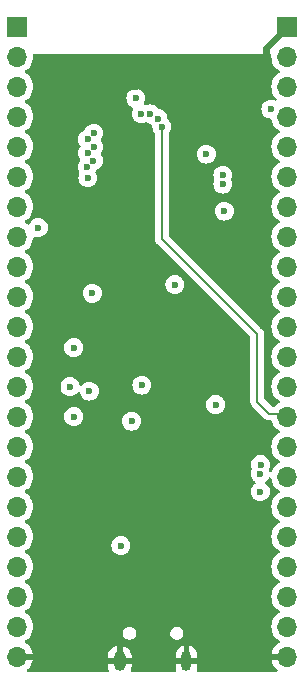
<source format=gbr>
%TF.GenerationSoftware,KiCad,Pcbnew,8.0.8*%
%TF.CreationDate,2025-04-17T09:07:27-03:00*%
%TF.ProjectId,ESP32_DevBoard_Minimal_Electgpl,45535033-325f-4446-9576-426f6172645f,rev?*%
%TF.SameCoordinates,Original*%
%TF.FileFunction,Copper,L2,Inr*%
%TF.FilePolarity,Positive*%
%FSLAX46Y46*%
G04 Gerber Fmt 4.6, Leading zero omitted, Abs format (unit mm)*
G04 Created by KiCad (PCBNEW 8.0.8) date 2025-04-17 09:07:27*
%MOMM*%
%LPD*%
G01*
G04 APERTURE LIST*
%TA.AperFunction,HeatsinkPad*%
%ADD10O,1.000000X1.700000*%
%TD*%
%TA.AperFunction,HeatsinkPad*%
%ADD11O,0.850000X1.700000*%
%TD*%
%TA.AperFunction,ComponentPad*%
%ADD12R,1.700000X1.700000*%
%TD*%
%TA.AperFunction,ComponentPad*%
%ADD13O,1.700000X1.700000*%
%TD*%
%TA.AperFunction,ViaPad*%
%ADD14C,0.600000*%
%TD*%
%TA.AperFunction,Conductor*%
%ADD15C,0.609600*%
%TD*%
%TA.AperFunction,Conductor*%
%ADD16C,0.152400*%
%TD*%
G04 APERTURE END LIST*
D10*
%TO.N,GND*%
%TO.C,J1*%
X145327748Y-128473200D03*
D11*
X150977748Y-128473200D03*
%TD*%
D12*
%TO.N,GND*%
%TO.C,J3*%
X159512748Y-74752200D03*
D13*
%TO.N,TXD*%
X159512748Y-77292200D03*
%TO.N,RXD*%
X159512748Y-79832200D03*
%TO.N,GPIO1*%
X159512748Y-82372200D03*
%TO.N,GPIO2*%
X159512748Y-84912200D03*
%TO.N,GPIO42*%
X159512748Y-87452200D03*
%TO.N,GPIO41*%
X159512748Y-89992200D03*
%TO.N,GPIO40*%
X159512748Y-92532200D03*
%TO.N,GPIO39*%
X159512748Y-95072200D03*
%TO.N,GPIO38*%
X159512748Y-97612200D03*
%TO.N,GPIO37*%
X159512748Y-100152200D03*
%TO.N,GPIO36*%
X159512748Y-102692200D03*
%TO.N,GPIO35*%
X159512748Y-105232200D03*
%TO.N,GPIO0*%
X159512748Y-107772200D03*
%TO.N,GPIO45*%
X159512748Y-110312200D03*
%TO.N,GPIO48*%
X159512748Y-112852200D03*
%TO.N,GPIO47*%
X159512748Y-115392200D03*
%TO.N,GPIO21*%
X159512748Y-117932200D03*
%TO.N,GPIO33*%
X159512748Y-120472200D03*
%TO.N,GPIO34*%
X159512748Y-123012200D03*
%TO.N,RAW*%
X159512748Y-125552200D03*
%TO.N,GND*%
X159512748Y-128092200D03*
%TD*%
D12*
%TO.N,+3.3V*%
%TO.C,J2*%
X136652748Y-74752200D03*
D13*
X136652748Y-77292200D03*
%TO.N,CHIP_PU*%
X136652748Y-79832200D03*
%TO.N,GPIO4*%
X136652748Y-82372200D03*
%TO.N,GPIO5*%
X136652748Y-84912200D03*
%TO.N,GPIO6*%
X136652748Y-87452200D03*
%TO.N,GPIO7*%
X136652748Y-89992200D03*
%TO.N,GPIO15*%
X136652748Y-92532200D03*
%TO.N,GPIO16*%
X136652748Y-95072200D03*
%TO.N,GPIO17*%
X136652748Y-97612200D03*
%TO.N,GPIO18*%
X136652748Y-100152200D03*
%TO.N,GPIO8*%
X136652748Y-102692200D03*
%TO.N,GPIO3*%
X136652748Y-105232200D03*
%TO.N,GPIO46*%
X136652748Y-107772200D03*
%TO.N,GPIO9*%
X136652748Y-110312200D03*
%TO.N,GPIO10*%
X136652748Y-112852200D03*
%TO.N,GPIO11*%
X136652748Y-115392200D03*
%TO.N,GPIO12*%
X136652748Y-117932200D03*
%TO.N,GPIO13*%
X136652748Y-120472200D03*
%TO.N,GPIO14*%
X136652748Y-123012200D03*
%TO.N,GPIO26*%
X136652748Y-125552200D03*
%TO.N,GND*%
X136652748Y-128092200D03*
%TD*%
D14*
%TO.N,+3.3V*%
X146329748Y-108153200D03*
X142621748Y-87552200D03*
X146685748Y-80820200D03*
X152654748Y-85547200D03*
X154178748Y-90373200D03*
X153441748Y-106756200D03*
X142748748Y-105613200D03*
%TO.N,GND*%
X142327748Y-128116950D03*
X146077748Y-113116950D03*
X156077748Y-128116950D03*
X149098748Y-80721200D03*
X146685000Y-79121000D03*
X143002748Y-125933200D03*
X148590748Y-77546200D03*
X151077748Y-118116950D03*
X152327748Y-118116950D03*
X150495748Y-79578200D03*
X152654748Y-77546200D03*
X144526748Y-79121000D03*
X152019748Y-112725200D03*
X153289748Y-125933200D03*
X153577748Y-121866950D03*
X154686748Y-77546200D03*
X153577748Y-123116950D03*
X157327748Y-128116950D03*
X146077748Y-111866950D03*
X148463748Y-80086200D03*
X148590748Y-117805200D03*
X143577748Y-119366950D03*
X154432748Y-84142800D03*
X156077748Y-123116950D03*
X156718748Y-77546200D03*
X154827748Y-123116950D03*
X146685748Y-79832200D03*
X150622748Y-77546200D03*
X142327748Y-124366950D03*
X151638748Y-77546200D03*
X153577748Y-128116950D03*
X144827748Y-111866950D03*
X151638748Y-91389200D03*
X144653748Y-91516200D03*
X149606748Y-119329200D03*
X148014748Y-88152200D03*
X155702748Y-77546200D03*
X156718000Y-86106000D03*
X141859748Y-80594200D03*
X145542748Y-77546200D03*
X152908748Y-113614200D03*
X154827748Y-128116950D03*
X144827748Y-109366950D03*
X156718748Y-90373200D03*
X144526748Y-77546200D03*
X144827748Y-113116950D03*
X153289748Y-95326200D03*
X142327748Y-109366950D03*
X151384748Y-84785200D03*
X141217525Y-88714977D03*
X145542000Y-79121000D03*
X151384748Y-83205600D03*
X151077748Y-119366950D03*
X141077748Y-126866950D03*
X157734748Y-77546200D03*
X146558748Y-77546200D03*
X149860748Y-78943200D03*
X157327748Y-126866950D03*
X149606748Y-77546200D03*
X156077748Y-120616950D03*
X152327748Y-123116950D03*
X138430748Y-77546200D03*
X142032748Y-104195320D03*
X140843748Y-84023200D03*
X151384748Y-81843600D03*
X141077748Y-128116950D03*
X139827748Y-128116950D03*
X142494748Y-77546200D03*
X152327748Y-128116950D03*
X143510748Y-79121000D03*
X146077748Y-110616950D03*
X138577748Y-126866950D03*
X140462748Y-77546200D03*
X150622748Y-78816200D03*
X143577748Y-128116950D03*
X139827748Y-126866950D03*
X151257748Y-101041200D03*
X154203748Y-108153200D03*
X151130748Y-112725200D03*
X149733748Y-81356200D03*
X144780748Y-84999800D03*
X143577748Y-109366950D03*
X151384748Y-105105200D03*
X144827748Y-110616950D03*
X148577748Y-99366950D03*
X147327748Y-113116950D03*
X154827748Y-121866950D03*
X156718748Y-87452200D03*
X142327748Y-115616950D03*
X152908748Y-112725200D03*
X143577748Y-120616950D03*
X151892748Y-79705200D03*
X155829748Y-81737200D03*
X154827748Y-126866950D03*
X156077748Y-126866950D03*
X147327748Y-110616950D03*
X141478748Y-77546200D03*
X147327748Y-98116950D03*
X141077748Y-125616950D03*
X151384748Y-84023200D03*
X144907748Y-101041200D03*
X147828748Y-79451200D03*
X155448748Y-79070200D03*
X152908748Y-111836200D03*
X147574748Y-77546200D03*
X153670748Y-77546200D03*
X138577748Y-128116950D03*
X139954748Y-84023200D03*
X142327748Y-116866950D03*
X142494748Y-78943200D03*
X156077748Y-119366950D03*
X147327748Y-111866950D03*
X142327748Y-118116950D03*
X139446748Y-77546200D03*
X156077748Y-121866950D03*
X149479748Y-124028200D03*
%TO.N,CHIP_PU*%
X147193748Y-105105200D03*
%TO.N,RAW*%
X145414748Y-118694200D03*
%TO.N,GPIO0*%
X148886148Y-83214655D03*
%TO.N,SPIWP*%
X149987748Y-96596200D03*
X143002748Y-97337600D03*
%TO.N,GPIO14*%
X142562651Y-86622297D03*
%TO.N,TXD*%
X158115748Y-81737200D03*
%TO.N,GPIO13*%
X143094681Y-86090268D03*
%TO.N,GPIO12*%
X142601597Y-85482621D03*
%TO.N,GPIO45*%
X154051748Y-88087200D03*
%TO.N,GPIO2*%
X147898511Y-82138800D03*
%TO.N,GPIO26*%
X141423148Y-101930200D03*
%TO.N,GPIO10*%
X142600908Y-84304399D03*
%TO.N,GPIO8*%
X138430748Y-91770200D03*
%TO.N,GPIO3*%
X147146108Y-82138800D03*
X141118348Y-105232200D03*
%TO.N,GPIO9*%
X143129748Y-83769200D03*
%TO.N,GPIO34*%
X157247348Y-111836200D03*
%TO.N,GPIO46*%
X141423148Y-107772200D03*
X154051748Y-87325200D03*
%TO.N,GPIO48*%
X157226748Y-114122200D03*
%TO.N,GPIO11*%
X143136419Y-84953400D03*
%TO.N,GPIO33*%
X157222952Y-112598200D03*
%TO.N,GPIO1*%
X148563023Y-82535170D03*
%TD*%
D15*
%TO.N,GND*%
X157734748Y-77546200D02*
X157734748Y-76530200D01*
X157734748Y-76530200D02*
X159512748Y-74752200D01*
D16*
%TO.N,GPIO0*%
X148886148Y-92700600D02*
X156972748Y-100787200D01*
X159258748Y-107518200D02*
X159512748Y-107772200D01*
X156972748Y-100787200D02*
X156972748Y-106502200D01*
X148886148Y-83214655D02*
X148886148Y-92700600D01*
X157988748Y-107518200D02*
X159258748Y-107518200D01*
X156972748Y-106502200D02*
X157988748Y-107518200D01*
%TD*%
%TA.AperFunction,Conductor*%
%TO.N,GND*%
G36*
X158111028Y-77057885D02*
G01*
X158156783Y-77110689D01*
X158167517Y-77173007D01*
X158157089Y-77292198D01*
X158157089Y-77292200D01*
X158177684Y-77527603D01*
X158177686Y-77527613D01*
X158238842Y-77755855D01*
X158238844Y-77755859D01*
X158238845Y-77755863D01*
X158338713Y-77970030D01*
X158338715Y-77970034D01*
X158474249Y-78163595D01*
X158474254Y-78163602D01*
X158641345Y-78330693D01*
X158641351Y-78330698D01*
X158826906Y-78460625D01*
X158870531Y-78515202D01*
X158877725Y-78584700D01*
X158846202Y-78647055D01*
X158826906Y-78663775D01*
X158641345Y-78793705D01*
X158474253Y-78960797D01*
X158338713Y-79154369D01*
X158338712Y-79154371D01*
X158238846Y-79368535D01*
X158238842Y-79368544D01*
X158177686Y-79596786D01*
X158177684Y-79596796D01*
X158157089Y-79832199D01*
X158157089Y-79832200D01*
X158177684Y-80067603D01*
X158177686Y-80067613D01*
X158238842Y-80295855D01*
X158238844Y-80295859D01*
X158238845Y-80295863D01*
X158249139Y-80317938D01*
X158338713Y-80510030D01*
X158338715Y-80510034D01*
X158474249Y-80703595D01*
X158474254Y-80703602D01*
X158568423Y-80797771D01*
X158601908Y-80859094D01*
X158596924Y-80928786D01*
X158555052Y-80984719D01*
X158489588Y-81009136D01*
X158439787Y-81002494D01*
X158295002Y-80951831D01*
X158294997Y-80951830D01*
X158115752Y-80931635D01*
X158115744Y-80931635D01*
X157936498Y-80951830D01*
X157936493Y-80951831D01*
X157766224Y-81011411D01*
X157613485Y-81107384D01*
X157485932Y-81234937D01*
X157389959Y-81387676D01*
X157330379Y-81557945D01*
X157330378Y-81557950D01*
X157310183Y-81737196D01*
X157310183Y-81737203D01*
X157330378Y-81916449D01*
X157330379Y-81916454D01*
X157389959Y-82086723D01*
X157452117Y-82185646D01*
X157485932Y-82239462D01*
X157613486Y-82367016D01*
X157766226Y-82462989D01*
X157936493Y-82522568D01*
X157936497Y-82522569D01*
X158011666Y-82531037D01*
X158077687Y-82538476D01*
X158142100Y-82565542D01*
X158181655Y-82623136D01*
X158183578Y-82629603D01*
X158238842Y-82835855D01*
X158238844Y-82835859D01*
X158238845Y-82835863D01*
X158307844Y-82983831D01*
X158338713Y-83050030D01*
X158338715Y-83050034D01*
X158474249Y-83243595D01*
X158474254Y-83243602D01*
X158641345Y-83410693D01*
X158641351Y-83410698D01*
X158826906Y-83540625D01*
X158870531Y-83595202D01*
X158877725Y-83664700D01*
X158846202Y-83727055D01*
X158826906Y-83743775D01*
X158641345Y-83873705D01*
X158474253Y-84040797D01*
X158338713Y-84234369D01*
X158338712Y-84234371D01*
X158238846Y-84448535D01*
X158238842Y-84448544D01*
X158177686Y-84676786D01*
X158177684Y-84676796D01*
X158157089Y-84912199D01*
X158157089Y-84912200D01*
X158177684Y-85147603D01*
X158177686Y-85147613D01*
X158238842Y-85375855D01*
X158238844Y-85375859D01*
X158238845Y-85375863D01*
X158288627Y-85482621D01*
X158338713Y-85590030D01*
X158338715Y-85590034D01*
X158474249Y-85783595D01*
X158474254Y-85783602D01*
X158641345Y-85950693D01*
X158641351Y-85950698D01*
X158826906Y-86080625D01*
X158870531Y-86135202D01*
X158877725Y-86204700D01*
X158846202Y-86267055D01*
X158826906Y-86283775D01*
X158641345Y-86413705D01*
X158474253Y-86580797D01*
X158338713Y-86774369D01*
X158338712Y-86774371D01*
X158238846Y-86988535D01*
X158238842Y-86988544D01*
X158177686Y-87216786D01*
X158177684Y-87216796D01*
X158157089Y-87452199D01*
X158157089Y-87452200D01*
X158177684Y-87687603D01*
X158177686Y-87687613D01*
X158238842Y-87915855D01*
X158238844Y-87915859D01*
X158238845Y-87915863D01*
X158303475Y-88054462D01*
X158338713Y-88130030D01*
X158338715Y-88130034D01*
X158474249Y-88323595D01*
X158474254Y-88323602D01*
X158641345Y-88490693D01*
X158641351Y-88490698D01*
X158826906Y-88620625D01*
X158870531Y-88675202D01*
X158877725Y-88744700D01*
X158846202Y-88807055D01*
X158826906Y-88823775D01*
X158641345Y-88953705D01*
X158474253Y-89120797D01*
X158338713Y-89314369D01*
X158338712Y-89314371D01*
X158238846Y-89528535D01*
X158238842Y-89528544D01*
X158177686Y-89756786D01*
X158177684Y-89756796D01*
X158157089Y-89992199D01*
X158157089Y-89992200D01*
X158177684Y-90227603D01*
X158177686Y-90227613D01*
X158238842Y-90455855D01*
X158238844Y-90455859D01*
X158238845Y-90455863D01*
X158283887Y-90552455D01*
X158338713Y-90670030D01*
X158338715Y-90670034D01*
X158474249Y-90863595D01*
X158474254Y-90863602D01*
X158641345Y-91030693D01*
X158641351Y-91030698D01*
X158826906Y-91160625D01*
X158870531Y-91215202D01*
X158877725Y-91284700D01*
X158846202Y-91347055D01*
X158826906Y-91363775D01*
X158641345Y-91493705D01*
X158474253Y-91660797D01*
X158338713Y-91854369D01*
X158338712Y-91854371D01*
X158238846Y-92068535D01*
X158238842Y-92068544D01*
X158177686Y-92296786D01*
X158177684Y-92296796D01*
X158157089Y-92532199D01*
X158157089Y-92532200D01*
X158177684Y-92767603D01*
X158177686Y-92767613D01*
X158238842Y-92995855D01*
X158238844Y-92995859D01*
X158238845Y-92995863D01*
X158266283Y-93054704D01*
X158338713Y-93210030D01*
X158338715Y-93210034D01*
X158474249Y-93403595D01*
X158474254Y-93403602D01*
X158641345Y-93570693D01*
X158641351Y-93570698D01*
X158826906Y-93700625D01*
X158870531Y-93755202D01*
X158877725Y-93824700D01*
X158846202Y-93887055D01*
X158826906Y-93903775D01*
X158641345Y-94033705D01*
X158474253Y-94200797D01*
X158338713Y-94394369D01*
X158338712Y-94394371D01*
X158238846Y-94608535D01*
X158238842Y-94608544D01*
X158177686Y-94836786D01*
X158177684Y-94836796D01*
X158157089Y-95072199D01*
X158157089Y-95072200D01*
X158177684Y-95307603D01*
X158177686Y-95307613D01*
X158238842Y-95535855D01*
X158238844Y-95535859D01*
X158238845Y-95535863D01*
X158338713Y-95750030D01*
X158338715Y-95750034D01*
X158474249Y-95943595D01*
X158474254Y-95943602D01*
X158641345Y-96110693D01*
X158641351Y-96110698D01*
X158826906Y-96240625D01*
X158870531Y-96295202D01*
X158877725Y-96364700D01*
X158846202Y-96427055D01*
X158826906Y-96443775D01*
X158641345Y-96573705D01*
X158474253Y-96740797D01*
X158338713Y-96934369D01*
X158338712Y-96934371D01*
X158238846Y-97148535D01*
X158238842Y-97148544D01*
X158177686Y-97376786D01*
X158177684Y-97376796D01*
X158157089Y-97612199D01*
X158157089Y-97612200D01*
X158177684Y-97847603D01*
X158177686Y-97847613D01*
X158238842Y-98075855D01*
X158238844Y-98075859D01*
X158238845Y-98075863D01*
X158260811Y-98122969D01*
X158338713Y-98290030D01*
X158338715Y-98290034D01*
X158474249Y-98483595D01*
X158474254Y-98483602D01*
X158641345Y-98650693D01*
X158641351Y-98650698D01*
X158826906Y-98780625D01*
X158870531Y-98835202D01*
X158877725Y-98904700D01*
X158846202Y-98967055D01*
X158826906Y-98983775D01*
X158641345Y-99113705D01*
X158474253Y-99280797D01*
X158338713Y-99474369D01*
X158338712Y-99474371D01*
X158238846Y-99688535D01*
X158238842Y-99688544D01*
X158177686Y-99916786D01*
X158177684Y-99916796D01*
X158157089Y-100152199D01*
X158157089Y-100152200D01*
X158177684Y-100387603D01*
X158177686Y-100387613D01*
X158238842Y-100615855D01*
X158238844Y-100615859D01*
X158238845Y-100615863D01*
X158283337Y-100711276D01*
X158338713Y-100830030D01*
X158338715Y-100830034D01*
X158474249Y-101023595D01*
X158474254Y-101023602D01*
X158641345Y-101190693D01*
X158641351Y-101190698D01*
X158826906Y-101320625D01*
X158870531Y-101375202D01*
X158877725Y-101444700D01*
X158846202Y-101507055D01*
X158826906Y-101523775D01*
X158641345Y-101653705D01*
X158474253Y-101820797D01*
X158338713Y-102014369D01*
X158338712Y-102014371D01*
X158238846Y-102228535D01*
X158238842Y-102228544D01*
X158177686Y-102456786D01*
X158177684Y-102456796D01*
X158157089Y-102692199D01*
X158157089Y-102692200D01*
X158177684Y-102927603D01*
X158177686Y-102927613D01*
X158238842Y-103155855D01*
X158238844Y-103155859D01*
X158238845Y-103155863D01*
X158338713Y-103370030D01*
X158338715Y-103370034D01*
X158474249Y-103563595D01*
X158474254Y-103563602D01*
X158641345Y-103730693D01*
X158641351Y-103730698D01*
X158826906Y-103860625D01*
X158870531Y-103915202D01*
X158877725Y-103984700D01*
X158846202Y-104047055D01*
X158826906Y-104063775D01*
X158641345Y-104193705D01*
X158474253Y-104360797D01*
X158338713Y-104554369D01*
X158338712Y-104554371D01*
X158238846Y-104768535D01*
X158238842Y-104768544D01*
X158177686Y-104996786D01*
X158177684Y-104996796D01*
X158157089Y-105232199D01*
X158157089Y-105232200D01*
X158177684Y-105467603D01*
X158177686Y-105467613D01*
X158238842Y-105695855D01*
X158238844Y-105695859D01*
X158238845Y-105695863D01*
X158316323Y-105862015D01*
X158338713Y-105910030D01*
X158338715Y-105910034D01*
X158474249Y-106103595D01*
X158474254Y-106103602D01*
X158641345Y-106270693D01*
X158641351Y-106270698D01*
X158826906Y-106400625D01*
X158870531Y-106455202D01*
X158877725Y-106524700D01*
X158846202Y-106587055D01*
X158826906Y-106603775D01*
X158641345Y-106733705D01*
X158470424Y-106904627D01*
X158468704Y-106902907D01*
X158419079Y-106935913D01*
X158382278Y-106941500D01*
X158278987Y-106941500D01*
X158211948Y-106921815D01*
X158191306Y-106905181D01*
X157585767Y-106299642D01*
X157552282Y-106238319D01*
X157549448Y-106211961D01*
X157549448Y-100711278D01*
X157549448Y-100711276D01*
X157510147Y-100564602D01*
X157434223Y-100433098D01*
X157326850Y-100325725D01*
X149499167Y-92498042D01*
X149465682Y-92436719D01*
X149462848Y-92410361D01*
X149462848Y-90373196D01*
X153373183Y-90373196D01*
X153373183Y-90373203D01*
X153393378Y-90552449D01*
X153393379Y-90552454D01*
X153452959Y-90722723D01*
X153541475Y-90863595D01*
X153548932Y-90875462D01*
X153676486Y-91003016D01*
X153829226Y-91098989D01*
X153947526Y-91140384D01*
X153999493Y-91158568D01*
X153999498Y-91158569D01*
X154178744Y-91178765D01*
X154178748Y-91178765D01*
X154178752Y-91178765D01*
X154357997Y-91158569D01*
X154358000Y-91158568D01*
X154358003Y-91158568D01*
X154528270Y-91098989D01*
X154681010Y-91003016D01*
X154808564Y-90875462D01*
X154904537Y-90722722D01*
X154964116Y-90552455D01*
X154974999Y-90455864D01*
X154984313Y-90373203D01*
X154984313Y-90373196D01*
X154964117Y-90193950D01*
X154964116Y-90193945D01*
X154904536Y-90023676D01*
X154808563Y-89870937D01*
X154681010Y-89743384D01*
X154528271Y-89647411D01*
X154358002Y-89587831D01*
X154357997Y-89587830D01*
X154178752Y-89567635D01*
X154178744Y-89567635D01*
X153999498Y-89587830D01*
X153999493Y-89587831D01*
X153829224Y-89647411D01*
X153676485Y-89743384D01*
X153548932Y-89870937D01*
X153452959Y-90023676D01*
X153393379Y-90193945D01*
X153393378Y-90193950D01*
X153373183Y-90373196D01*
X149462848Y-90373196D01*
X149462848Y-87325196D01*
X153246183Y-87325196D01*
X153246183Y-87325203D01*
X153266378Y-87504449D01*
X153266381Y-87504462D01*
X153322642Y-87665245D01*
X153326204Y-87735024D01*
X153322642Y-87747155D01*
X153266381Y-87907937D01*
X153266378Y-87907950D01*
X153246183Y-88087196D01*
X153246183Y-88087203D01*
X153266378Y-88266449D01*
X153266379Y-88266454D01*
X153325959Y-88436723D01*
X153359874Y-88490698D01*
X153421932Y-88589462D01*
X153549486Y-88717016D01*
X153702226Y-88812989D01*
X153733051Y-88823775D01*
X153872493Y-88872568D01*
X153872498Y-88872569D01*
X154051744Y-88892765D01*
X154051748Y-88892765D01*
X154051752Y-88892765D01*
X154230997Y-88872569D01*
X154231000Y-88872568D01*
X154231003Y-88872568D01*
X154401270Y-88812989D01*
X154554010Y-88717016D01*
X154681564Y-88589462D01*
X154777537Y-88436722D01*
X154837116Y-88266455D01*
X154852487Y-88130034D01*
X154857313Y-88087203D01*
X154857313Y-88087196D01*
X154837117Y-87907950D01*
X154837114Y-87907937D01*
X154780854Y-87747155D01*
X154777292Y-87677376D01*
X154780854Y-87665245D01*
X154837114Y-87504462D01*
X154837117Y-87504449D01*
X154857313Y-87325203D01*
X154857313Y-87325196D01*
X154837117Y-87145950D01*
X154837116Y-87145945D01*
X154829633Y-87124559D01*
X154777537Y-86975678D01*
X154775108Y-86971813D01*
X154738027Y-86912798D01*
X154681564Y-86822938D01*
X154554010Y-86695384D01*
X154437698Y-86622300D01*
X154401271Y-86599411D01*
X154231002Y-86539831D01*
X154230997Y-86539830D01*
X154051752Y-86519635D01*
X154051744Y-86519635D01*
X153872498Y-86539830D01*
X153872493Y-86539831D01*
X153702224Y-86599411D01*
X153549485Y-86695384D01*
X153421932Y-86822937D01*
X153325959Y-86975676D01*
X153266379Y-87145945D01*
X153266378Y-87145950D01*
X153246183Y-87325196D01*
X149462848Y-87325196D01*
X149462848Y-85547196D01*
X151849183Y-85547196D01*
X151849183Y-85547203D01*
X151869378Y-85726449D01*
X151869379Y-85726454D01*
X151928959Y-85896723D01*
X151962874Y-85950698D01*
X152024932Y-86049462D01*
X152152486Y-86177016D01*
X152305226Y-86272989D01*
X152336051Y-86283775D01*
X152475493Y-86332568D01*
X152475498Y-86332569D01*
X152654744Y-86352765D01*
X152654748Y-86352765D01*
X152654752Y-86352765D01*
X152833997Y-86332569D01*
X152834000Y-86332568D01*
X152834003Y-86332568D01*
X153004270Y-86272989D01*
X153157010Y-86177016D01*
X153284564Y-86049462D01*
X153380537Y-85896722D01*
X153440116Y-85726455D01*
X153440117Y-85726449D01*
X153460313Y-85547203D01*
X153460313Y-85547196D01*
X153440117Y-85367950D01*
X153440116Y-85367945D01*
X153380537Y-85197678D01*
X153284564Y-85044938D01*
X153157010Y-84917384D01*
X153148758Y-84912199D01*
X153004271Y-84821411D01*
X152834002Y-84761831D01*
X152833997Y-84761830D01*
X152654752Y-84741635D01*
X152654744Y-84741635D01*
X152475498Y-84761830D01*
X152475493Y-84761831D01*
X152305224Y-84821411D01*
X152152485Y-84917384D01*
X152024932Y-85044937D01*
X151928959Y-85197676D01*
X151869379Y-85367945D01*
X151869378Y-85367950D01*
X151849183Y-85547196D01*
X149462848Y-85547196D01*
X149462848Y-83821395D01*
X149482533Y-83754356D01*
X149499167Y-83733714D01*
X149505826Y-83727055D01*
X149515964Y-83716917D01*
X149611937Y-83564177D01*
X149671516Y-83393910D01*
X149671517Y-83393904D01*
X149691713Y-83214658D01*
X149691713Y-83214651D01*
X149671517Y-83035405D01*
X149671516Y-83035400D01*
X149656344Y-82992042D01*
X149611937Y-82865133D01*
X149593545Y-82835863D01*
X149515963Y-82712392D01*
X149403059Y-82599488D01*
X149369574Y-82538165D01*
X149367520Y-82525690D01*
X149348392Y-82355920D01*
X149348391Y-82355915D01*
X149288811Y-82185646D01*
X149226653Y-82086723D01*
X149192839Y-82032908D01*
X149065285Y-81905354D01*
X148912544Y-81809380D01*
X148742272Y-81749800D01*
X148647955Y-81739173D01*
X148583541Y-81712106D01*
X148556845Y-81681925D01*
X148528327Y-81636538D01*
X148400773Y-81508984D01*
X148387747Y-81500799D01*
X148248034Y-81413011D01*
X148077765Y-81353431D01*
X148077760Y-81353430D01*
X147898515Y-81333235D01*
X147898507Y-81333235D01*
X147719261Y-81353430D01*
X147719256Y-81353431D01*
X147563264Y-81408016D01*
X147493485Y-81411577D01*
X147481360Y-81408018D01*
X147448141Y-81396394D01*
X147391367Y-81355673D01*
X147365620Y-81290720D01*
X147379076Y-81222159D01*
X147384105Y-81213380D01*
X147411536Y-81169724D01*
X147411537Y-81169722D01*
X147471116Y-80999455D01*
X147471117Y-80999449D01*
X147491313Y-80820203D01*
X147491313Y-80820196D01*
X147471117Y-80640950D01*
X147471116Y-80640945D01*
X147411536Y-80470676D01*
X147315563Y-80317937D01*
X147188010Y-80190384D01*
X147035271Y-80094411D01*
X146865002Y-80034831D01*
X146864997Y-80034830D01*
X146685752Y-80014635D01*
X146685744Y-80014635D01*
X146506498Y-80034830D01*
X146506493Y-80034831D01*
X146336224Y-80094411D01*
X146183485Y-80190384D01*
X146055932Y-80317937D01*
X145959959Y-80470676D01*
X145900379Y-80640945D01*
X145900378Y-80640950D01*
X145880183Y-80820196D01*
X145880183Y-80820203D01*
X145900378Y-80999449D01*
X145900379Y-80999454D01*
X145959959Y-81169723D01*
X145987391Y-81213380D01*
X146055932Y-81322462D01*
X146183486Y-81450016D01*
X146264307Y-81500799D01*
X146336226Y-81545989D01*
X146383711Y-81562605D01*
X146440488Y-81603327D01*
X146466235Y-81668280D01*
X146452779Y-81736841D01*
X146447751Y-81745618D01*
X146420320Y-81789274D01*
X146360739Y-81959545D01*
X146360738Y-81959550D01*
X146340543Y-82138796D01*
X146340543Y-82138803D01*
X146360738Y-82318049D01*
X146360739Y-82318054D01*
X146420319Y-82488323D01*
X146505028Y-82623136D01*
X146516292Y-82641062D01*
X146643846Y-82768616D01*
X146796586Y-82864589D01*
X146966847Y-82924166D01*
X146966853Y-82924168D01*
X146966858Y-82924169D01*
X147146104Y-82944365D01*
X147146108Y-82944365D01*
X147146112Y-82944365D01*
X147325357Y-82924169D01*
X147325360Y-82924168D01*
X147325363Y-82924168D01*
X147325364Y-82924167D01*
X147325367Y-82924167D01*
X147367264Y-82909505D01*
X147481355Y-82869583D01*
X147551131Y-82866021D01*
X147563263Y-82869584D01*
X147719248Y-82924166D01*
X147719254Y-82924167D01*
X147719256Y-82924168D01*
X147719257Y-82924168D01*
X147719261Y-82924169D01*
X147813575Y-82934795D01*
X147877990Y-82961861D01*
X147904686Y-82992042D01*
X147933205Y-83037430D01*
X148046111Y-83150336D01*
X148079596Y-83211659D01*
X148081650Y-83224133D01*
X148100778Y-83393905D01*
X148100779Y-83393909D01*
X148160359Y-83564178D01*
X148256332Y-83716917D01*
X148273129Y-83733714D01*
X148306614Y-83795037D01*
X148309448Y-83821395D01*
X148309448Y-92776523D01*
X148348750Y-92923200D01*
X148348750Y-92923201D01*
X148424670Y-93054698D01*
X148424675Y-93054704D01*
X156359729Y-100989758D01*
X156393214Y-101051081D01*
X156396048Y-101077439D01*
X156396048Y-106578123D01*
X156435350Y-106724800D01*
X156435350Y-106724801D01*
X156511270Y-106856298D01*
X156511272Y-106856300D01*
X156511273Y-106856302D01*
X157634646Y-107979675D01*
X157766150Y-108055599D01*
X157912824Y-108094900D01*
X158064672Y-108094900D01*
X158105926Y-108094900D01*
X158172965Y-108114585D01*
X158218720Y-108167389D01*
X158225701Y-108186808D01*
X158238841Y-108235853D01*
X158238844Y-108235860D01*
X158238845Y-108235863D01*
X158283887Y-108332455D01*
X158338713Y-108450030D01*
X158338715Y-108450034D01*
X158474249Y-108643595D01*
X158474254Y-108643602D01*
X158641345Y-108810693D01*
X158641351Y-108810698D01*
X158826906Y-108940625D01*
X158870531Y-108995202D01*
X158877725Y-109064700D01*
X158846202Y-109127055D01*
X158826906Y-109143775D01*
X158641345Y-109273705D01*
X158474253Y-109440797D01*
X158338713Y-109634369D01*
X158338712Y-109634371D01*
X158238846Y-109848535D01*
X158238842Y-109848544D01*
X158177686Y-110076786D01*
X158177684Y-110076796D01*
X158157089Y-110312199D01*
X158157089Y-110312200D01*
X158177684Y-110547603D01*
X158177686Y-110547613D01*
X158238842Y-110775855D01*
X158238844Y-110775859D01*
X158238845Y-110775863D01*
X158338713Y-110990030D01*
X158338715Y-110990034D01*
X158474249Y-111183595D01*
X158474254Y-111183602D01*
X158641345Y-111350693D01*
X158641351Y-111350698D01*
X158826906Y-111480625D01*
X158870531Y-111535202D01*
X158877725Y-111604700D01*
X158846202Y-111667055D01*
X158826906Y-111683775D01*
X158641345Y-111813705D01*
X158474253Y-111980797D01*
X158338713Y-112174369D01*
X158338712Y-112174371D01*
X158238846Y-112388535D01*
X158238840Y-112388551D01*
X158238299Y-112390570D01*
X158237818Y-112391358D01*
X158236991Y-112393631D01*
X158236534Y-112393464D01*
X158201927Y-112450226D01*
X158139077Y-112480748D01*
X158069702Y-112472445D01*
X158015829Y-112427953D01*
X158001488Y-112399422D01*
X157963038Y-112289538D01*
X157959478Y-112219763D01*
X157970978Y-112192410D01*
X157970116Y-112191995D01*
X157973137Y-112185721D01*
X157977110Y-112174369D01*
X158032716Y-112015455D01*
X158052913Y-111836200D01*
X158050378Y-111813705D01*
X158032717Y-111656950D01*
X158032716Y-111656945D01*
X158001916Y-111568925D01*
X157973137Y-111486678D01*
X157877164Y-111333938D01*
X157749610Y-111206384D01*
X157713342Y-111183595D01*
X157596871Y-111110411D01*
X157426602Y-111050831D01*
X157426597Y-111050830D01*
X157247352Y-111030635D01*
X157247344Y-111030635D01*
X157068098Y-111050830D01*
X157068093Y-111050831D01*
X156897824Y-111110411D01*
X156745085Y-111206384D01*
X156617532Y-111333937D01*
X156521559Y-111486676D01*
X156461979Y-111656945D01*
X156461978Y-111656950D01*
X156441783Y-111836196D01*
X156441783Y-111836203D01*
X156461978Y-112015449D01*
X156461981Y-112015462D01*
X156507259Y-112144856D01*
X156510821Y-112214635D01*
X156499326Y-112241993D01*
X156500183Y-112242406D01*
X156497162Y-112248678D01*
X156437585Y-112418937D01*
X156437582Y-112418950D01*
X156417387Y-112598196D01*
X156417387Y-112598203D01*
X156437582Y-112777449D01*
X156437583Y-112777454D01*
X156497163Y-112947723D01*
X156585056Y-113087603D01*
X156593136Y-113100462D01*
X156720690Y-113228016D01*
X156762064Y-113254013D01*
X156765860Y-113256398D01*
X156812151Y-113308733D01*
X156822799Y-113377786D01*
X156794424Y-113441635D01*
X156765862Y-113466385D01*
X156724484Y-113492385D01*
X156596932Y-113619937D01*
X156500959Y-113772676D01*
X156441379Y-113942945D01*
X156441378Y-113942950D01*
X156421183Y-114122196D01*
X156421183Y-114122203D01*
X156441378Y-114301449D01*
X156441379Y-114301454D01*
X156500959Y-114471723D01*
X156531796Y-114520799D01*
X156596932Y-114624462D01*
X156724486Y-114752016D01*
X156877226Y-114847989D01*
X157047493Y-114907568D01*
X157047498Y-114907569D01*
X157226744Y-114927765D01*
X157226748Y-114927765D01*
X157226752Y-114927765D01*
X157405997Y-114907569D01*
X157406000Y-114907568D01*
X157406003Y-114907568D01*
X157576270Y-114847989D01*
X157729010Y-114752016D01*
X157856564Y-114624462D01*
X157952537Y-114471722D01*
X158012116Y-114301455D01*
X158012117Y-114301449D01*
X158032313Y-114122203D01*
X158032313Y-114122196D01*
X158012117Y-113942950D01*
X158012116Y-113942945D01*
X157952536Y-113772676D01*
X157856563Y-113619937D01*
X157729008Y-113492382D01*
X157683838Y-113464000D01*
X157637548Y-113411666D01*
X157626900Y-113342612D01*
X157655275Y-113278764D01*
X157683840Y-113254013D01*
X157725211Y-113228018D01*
X157725211Y-113228017D01*
X157725214Y-113228016D01*
X157852768Y-113100462D01*
X157942605Y-112957486D01*
X157994940Y-112911196D01*
X158063993Y-112900548D01*
X158127842Y-112928923D01*
X158166214Y-112987313D01*
X158171127Y-113012651D01*
X158177684Y-113087603D01*
X158177686Y-113087613D01*
X158238842Y-113315855D01*
X158238844Y-113315859D01*
X158238845Y-113315863D01*
X158283519Y-113411666D01*
X158338713Y-113530030D01*
X158338715Y-113530034D01*
X158474249Y-113723595D01*
X158474254Y-113723602D01*
X158641345Y-113890693D01*
X158641351Y-113890698D01*
X158826906Y-114020625D01*
X158870531Y-114075202D01*
X158877725Y-114144700D01*
X158846202Y-114207055D01*
X158826906Y-114223775D01*
X158641345Y-114353705D01*
X158474253Y-114520797D01*
X158338713Y-114714369D01*
X158338712Y-114714371D01*
X158238846Y-114928535D01*
X158238842Y-114928544D01*
X158177686Y-115156786D01*
X158177684Y-115156796D01*
X158157089Y-115392199D01*
X158157089Y-115392200D01*
X158177684Y-115627603D01*
X158177686Y-115627613D01*
X158238842Y-115855855D01*
X158238844Y-115855859D01*
X158238845Y-115855863D01*
X158338713Y-116070030D01*
X158338715Y-116070034D01*
X158474249Y-116263595D01*
X158474254Y-116263602D01*
X158641345Y-116430693D01*
X158641351Y-116430698D01*
X158826906Y-116560625D01*
X158870531Y-116615202D01*
X158877725Y-116684700D01*
X158846202Y-116747055D01*
X158826906Y-116763775D01*
X158641345Y-116893705D01*
X158474253Y-117060797D01*
X158338713Y-117254369D01*
X158338712Y-117254371D01*
X158238846Y-117468535D01*
X158238842Y-117468544D01*
X158177686Y-117696786D01*
X158177684Y-117696796D01*
X158157089Y-117932199D01*
X158157089Y-117932200D01*
X158177684Y-118167603D01*
X158177686Y-118167613D01*
X158238842Y-118395855D01*
X158238844Y-118395859D01*
X158238845Y-118395863D01*
X158338713Y-118610030D01*
X158338715Y-118610034D01*
X158474249Y-118803595D01*
X158474254Y-118803602D01*
X158641345Y-118970693D01*
X158641351Y-118970698D01*
X158826906Y-119100625D01*
X158870531Y-119155202D01*
X158877725Y-119224700D01*
X158846202Y-119287055D01*
X158826906Y-119303775D01*
X158641345Y-119433705D01*
X158474253Y-119600797D01*
X158338713Y-119794369D01*
X158338712Y-119794371D01*
X158238846Y-120008535D01*
X158238842Y-120008544D01*
X158177686Y-120236786D01*
X158177684Y-120236796D01*
X158157089Y-120472199D01*
X158157089Y-120472200D01*
X158177684Y-120707603D01*
X158177686Y-120707613D01*
X158238842Y-120935855D01*
X158238844Y-120935859D01*
X158238845Y-120935863D01*
X158338713Y-121150030D01*
X158338715Y-121150034D01*
X158474249Y-121343595D01*
X158474254Y-121343602D01*
X158641345Y-121510693D01*
X158641351Y-121510698D01*
X158826906Y-121640625D01*
X158870531Y-121695202D01*
X158877725Y-121764700D01*
X158846202Y-121827055D01*
X158826906Y-121843775D01*
X158641345Y-121973705D01*
X158474253Y-122140797D01*
X158338713Y-122334369D01*
X158338712Y-122334371D01*
X158238846Y-122548535D01*
X158238842Y-122548544D01*
X158177686Y-122776786D01*
X158177684Y-122776796D01*
X158157089Y-123012199D01*
X158157089Y-123012200D01*
X158177684Y-123247603D01*
X158177686Y-123247613D01*
X158238842Y-123475855D01*
X158238844Y-123475859D01*
X158238845Y-123475863D01*
X158338713Y-123690030D01*
X158338715Y-123690034D01*
X158474249Y-123883595D01*
X158474254Y-123883602D01*
X158641345Y-124050693D01*
X158641351Y-124050698D01*
X158826906Y-124180625D01*
X158870531Y-124235202D01*
X158877725Y-124304700D01*
X158846202Y-124367055D01*
X158826906Y-124383775D01*
X158641345Y-124513705D01*
X158474253Y-124680797D01*
X158338713Y-124874369D01*
X158338712Y-124874371D01*
X158238846Y-125088535D01*
X158238842Y-125088544D01*
X158177686Y-125316786D01*
X158177684Y-125316796D01*
X158157089Y-125552199D01*
X158157089Y-125552200D01*
X158177684Y-125787603D01*
X158177686Y-125787613D01*
X158238842Y-126015855D01*
X158238844Y-126015859D01*
X158238845Y-126015863D01*
X158322692Y-126195672D01*
X158338713Y-126230030D01*
X158338715Y-126230034D01*
X158474249Y-126423595D01*
X158474254Y-126423602D01*
X158641345Y-126590693D01*
X158641351Y-126590698D01*
X158827342Y-126720930D01*
X158870967Y-126775507D01*
X158878161Y-126845005D01*
X158846638Y-126907360D01*
X158827343Y-126924080D01*
X158641670Y-127054090D01*
X158641668Y-127054091D01*
X158474639Y-127221120D01*
X158474634Y-127221126D01*
X158339148Y-127414620D01*
X158339147Y-127414622D01*
X158239318Y-127628707D01*
X158239315Y-127628713D01*
X158182112Y-127842199D01*
X158182112Y-127842200D01*
X158888248Y-127842200D01*
X158955287Y-127861885D01*
X159001042Y-127914689D01*
X159012248Y-127966200D01*
X159012248Y-128218200D01*
X158992563Y-128285239D01*
X158939759Y-128330994D01*
X158888248Y-128342200D01*
X158182112Y-128342200D01*
X158239315Y-128555686D01*
X158239318Y-128555692D01*
X158339147Y-128769778D01*
X158474642Y-128963282D01*
X158641667Y-129130307D01*
X158661402Y-129144126D01*
X158705026Y-129198704D01*
X158712218Y-129268202D01*
X158680695Y-129330556D01*
X158620465Y-129365969D01*
X158590277Y-129369700D01*
X151969239Y-129369700D01*
X151902200Y-129350015D01*
X151856445Y-129297211D01*
X151846501Y-129228053D01*
X151854677Y-129198249D01*
X151867200Y-129168012D01*
X151867202Y-129168005D01*
X151902747Y-128989309D01*
X151902748Y-128989306D01*
X151902748Y-128723200D01*
X151227748Y-128723200D01*
X151227748Y-128223200D01*
X151902748Y-128223200D01*
X151902748Y-127957094D01*
X151902747Y-127957090D01*
X151867202Y-127778394D01*
X151867199Y-127778382D01*
X151797476Y-127610054D01*
X151797469Y-127610041D01*
X151696243Y-127458547D01*
X151696240Y-127458543D01*
X151567404Y-127329707D01*
X151567400Y-127329704D01*
X151415906Y-127228478D01*
X151415897Y-127228473D01*
X151247560Y-127158746D01*
X151227748Y-127154804D01*
X151227748Y-128073472D01*
X151189688Y-127981586D01*
X151119362Y-127911260D01*
X151027476Y-127873200D01*
X150928020Y-127873200D01*
X150836134Y-127911260D01*
X150765808Y-127981586D01*
X150727748Y-128073472D01*
X150727748Y-127154805D01*
X150727747Y-127154804D01*
X150707935Y-127158746D01*
X150539598Y-127228473D01*
X150539589Y-127228478D01*
X150388095Y-127329704D01*
X150388091Y-127329707D01*
X150259255Y-127458543D01*
X150259252Y-127458547D01*
X150158026Y-127610041D01*
X150158019Y-127610054D01*
X150088296Y-127778382D01*
X150088293Y-127778394D01*
X150052748Y-127957090D01*
X150052748Y-128223200D01*
X150727748Y-128223200D01*
X150727748Y-128723200D01*
X150052748Y-128723200D01*
X150052748Y-128989309D01*
X150088293Y-129168005D01*
X150088295Y-129168012D01*
X150100819Y-129198249D01*
X150108287Y-129267718D01*
X150077011Y-129330197D01*
X150016921Y-129365849D01*
X149986257Y-129369700D01*
X146369352Y-129369700D01*
X146302313Y-129350015D01*
X146256558Y-129297211D01*
X146246614Y-129228053D01*
X146254791Y-129198247D01*
X146289318Y-129114889D01*
X146289320Y-129114881D01*
X146327747Y-128921695D01*
X146327748Y-128921692D01*
X146327748Y-128723200D01*
X145577748Y-128723200D01*
X145577748Y-128223200D01*
X146327748Y-128223200D01*
X146327748Y-128024708D01*
X146327747Y-128024704D01*
X146289320Y-127831518D01*
X146289317Y-127831506D01*
X146213940Y-127649528D01*
X146213933Y-127649515D01*
X146104499Y-127485737D01*
X146104496Y-127485733D01*
X145965214Y-127346451D01*
X145965210Y-127346448D01*
X145801432Y-127237014D01*
X145801419Y-127237007D01*
X145619439Y-127161629D01*
X145619431Y-127161627D01*
X145577748Y-127153335D01*
X145577748Y-128073472D01*
X145539688Y-127981586D01*
X145469362Y-127911260D01*
X145377476Y-127873200D01*
X145278020Y-127873200D01*
X145186134Y-127911260D01*
X145115808Y-127981586D01*
X145077748Y-128073472D01*
X145077748Y-127153336D01*
X145077747Y-127153335D01*
X145036064Y-127161627D01*
X145036056Y-127161629D01*
X144854076Y-127237007D01*
X144854063Y-127237014D01*
X144690285Y-127346448D01*
X144690281Y-127346451D01*
X144550999Y-127485733D01*
X144550996Y-127485737D01*
X144441562Y-127649515D01*
X144441555Y-127649528D01*
X144366178Y-127831506D01*
X144366175Y-127831518D01*
X144327748Y-128024704D01*
X144327748Y-128223200D01*
X145077748Y-128223200D01*
X145077748Y-128723200D01*
X144327748Y-128723200D01*
X144327748Y-128921695D01*
X144366175Y-129114881D01*
X144366177Y-129114889D01*
X144400705Y-129198247D01*
X144408174Y-129267717D01*
X144376899Y-129330196D01*
X144316810Y-129365848D01*
X144286144Y-129369700D01*
X137575219Y-129369700D01*
X137508180Y-129350015D01*
X137462425Y-129297211D01*
X137452481Y-129228053D01*
X137481506Y-129164497D01*
X137504094Y-129144126D01*
X137523828Y-129130307D01*
X137690853Y-128963282D01*
X137826348Y-128769778D01*
X137926177Y-128555692D01*
X137926180Y-128555686D01*
X137983384Y-128342200D01*
X137277248Y-128342200D01*
X137210209Y-128322515D01*
X137164454Y-128269711D01*
X137153248Y-128218200D01*
X137153248Y-127966200D01*
X137172933Y-127899161D01*
X137225737Y-127853406D01*
X137277248Y-127842200D01*
X137983384Y-127842200D01*
X137983383Y-127842199D01*
X137926180Y-127628713D01*
X137926177Y-127628707D01*
X137826348Y-127414622D01*
X137826347Y-127414620D01*
X137690861Y-127221126D01*
X137690856Y-127221120D01*
X137523826Y-127054090D01*
X137338153Y-126924079D01*
X137294528Y-126869502D01*
X137287336Y-126800004D01*
X137318858Y-126737649D01*
X137338154Y-126720930D01*
X137524149Y-126590695D01*
X137691243Y-126423601D01*
X137826783Y-126230030D01*
X137910395Y-126050725D01*
X145602248Y-126050725D01*
X145602248Y-126195675D01*
X145611454Y-126230030D01*
X145639765Y-126335688D01*
X145712236Y-126461211D01*
X145712238Y-126461213D01*
X145712239Y-126461215D01*
X145814733Y-126563709D01*
X145814734Y-126563710D01*
X145814736Y-126563711D01*
X145940259Y-126636182D01*
X145940260Y-126636182D01*
X145940263Y-126636184D01*
X146080273Y-126673700D01*
X146080276Y-126673700D01*
X146225220Y-126673700D01*
X146225223Y-126673700D01*
X146365233Y-126636184D01*
X146490763Y-126563709D01*
X146593257Y-126461215D01*
X146665732Y-126335685D01*
X146703248Y-126195675D01*
X146703248Y-126050725D01*
X149602248Y-126050725D01*
X149602248Y-126195675D01*
X149611454Y-126230030D01*
X149639765Y-126335688D01*
X149712236Y-126461211D01*
X149712238Y-126461213D01*
X149712239Y-126461215D01*
X149814733Y-126563709D01*
X149814734Y-126563710D01*
X149814736Y-126563711D01*
X149940259Y-126636182D01*
X149940260Y-126636182D01*
X149940263Y-126636184D01*
X150080273Y-126673700D01*
X150080276Y-126673700D01*
X150225220Y-126673700D01*
X150225223Y-126673700D01*
X150365233Y-126636184D01*
X150490763Y-126563709D01*
X150593257Y-126461215D01*
X150665732Y-126335685D01*
X150703248Y-126195675D01*
X150703248Y-126050725D01*
X150665732Y-125910715D01*
X150593257Y-125785185D01*
X150490763Y-125682691D01*
X150490761Y-125682690D01*
X150490759Y-125682688D01*
X150365236Y-125610217D01*
X150365237Y-125610217D01*
X150353754Y-125607140D01*
X150225223Y-125572700D01*
X150080273Y-125572700D01*
X149951741Y-125607140D01*
X149940259Y-125610217D01*
X149814736Y-125682688D01*
X149814730Y-125682693D01*
X149712241Y-125785182D01*
X149712236Y-125785188D01*
X149639765Y-125910711D01*
X149639764Y-125910715D01*
X149602248Y-126050725D01*
X146703248Y-126050725D01*
X146665732Y-125910715D01*
X146593257Y-125785185D01*
X146490763Y-125682691D01*
X146490761Y-125682690D01*
X146490759Y-125682688D01*
X146365236Y-125610217D01*
X146365237Y-125610217D01*
X146353754Y-125607140D01*
X146225223Y-125572700D01*
X146080273Y-125572700D01*
X145951741Y-125607140D01*
X145940259Y-125610217D01*
X145814736Y-125682688D01*
X145814730Y-125682693D01*
X145712241Y-125785182D01*
X145712236Y-125785188D01*
X145639765Y-125910711D01*
X145639764Y-125910715D01*
X145602248Y-126050725D01*
X137910395Y-126050725D01*
X137926651Y-126015863D01*
X137987811Y-125787608D01*
X138008407Y-125552200D01*
X137987811Y-125316792D01*
X137926651Y-125088537D01*
X137826783Y-124874371D01*
X137691243Y-124680799D01*
X137691242Y-124680797D01*
X137524150Y-124513706D01*
X137524144Y-124513701D01*
X137338590Y-124383775D01*
X137294965Y-124329198D01*
X137287771Y-124259700D01*
X137319294Y-124197345D01*
X137338590Y-124180625D01*
X137360774Y-124165091D01*
X137524149Y-124050695D01*
X137691243Y-123883601D01*
X137826783Y-123690030D01*
X137926651Y-123475863D01*
X137987811Y-123247608D01*
X138008407Y-123012200D01*
X137987811Y-122776792D01*
X137926651Y-122548537D01*
X137826783Y-122334371D01*
X137691243Y-122140799D01*
X137691242Y-122140797D01*
X137524150Y-121973706D01*
X137524144Y-121973701D01*
X137338590Y-121843775D01*
X137294965Y-121789198D01*
X137287771Y-121719700D01*
X137319294Y-121657345D01*
X137338590Y-121640625D01*
X137360774Y-121625091D01*
X137524149Y-121510695D01*
X137691243Y-121343601D01*
X137826783Y-121150030D01*
X137926651Y-120935863D01*
X137987811Y-120707608D01*
X138008407Y-120472200D01*
X137987811Y-120236792D01*
X137926651Y-120008537D01*
X137826783Y-119794371D01*
X137691243Y-119600799D01*
X137691242Y-119600797D01*
X137524150Y-119433706D01*
X137524144Y-119433701D01*
X137338590Y-119303775D01*
X137294965Y-119249198D01*
X137287771Y-119179700D01*
X137319294Y-119117345D01*
X137338590Y-119100625D01*
X137419854Y-119043723D01*
X137524149Y-118970695D01*
X137691243Y-118803601D01*
X137767849Y-118694196D01*
X144609183Y-118694196D01*
X144609183Y-118694203D01*
X144629378Y-118873449D01*
X144629379Y-118873454D01*
X144688959Y-119043723D01*
X144774400Y-119179700D01*
X144784932Y-119196462D01*
X144912486Y-119324016D01*
X145065226Y-119419989D01*
X145235493Y-119479568D01*
X145235498Y-119479569D01*
X145414744Y-119499765D01*
X145414748Y-119499765D01*
X145414752Y-119499765D01*
X145593997Y-119479569D01*
X145594000Y-119479568D01*
X145594003Y-119479568D01*
X145764270Y-119419989D01*
X145917010Y-119324016D01*
X146044564Y-119196462D01*
X146140537Y-119043722D01*
X146200116Y-118873455D01*
X146200117Y-118873449D01*
X146220313Y-118694203D01*
X146220313Y-118694196D01*
X146200117Y-118514950D01*
X146200116Y-118514945D01*
X146158447Y-118395863D01*
X146140537Y-118344678D01*
X146044564Y-118191938D01*
X145917010Y-118064384D01*
X145764271Y-117968411D01*
X145594002Y-117908831D01*
X145593997Y-117908830D01*
X145414752Y-117888635D01*
X145414744Y-117888635D01*
X145235498Y-117908830D01*
X145235493Y-117908831D01*
X145065224Y-117968411D01*
X144912485Y-118064384D01*
X144784932Y-118191937D01*
X144688959Y-118344676D01*
X144629379Y-118514945D01*
X144629378Y-118514950D01*
X144609183Y-118694196D01*
X137767849Y-118694196D01*
X137826783Y-118610030D01*
X137926651Y-118395863D01*
X137987811Y-118167608D01*
X138008407Y-117932200D01*
X137987811Y-117696792D01*
X137926651Y-117468537D01*
X137826783Y-117254371D01*
X137691243Y-117060799D01*
X137691242Y-117060797D01*
X137524150Y-116893706D01*
X137524144Y-116893701D01*
X137338590Y-116763775D01*
X137294965Y-116709198D01*
X137287771Y-116639700D01*
X137319294Y-116577345D01*
X137338590Y-116560625D01*
X137360774Y-116545091D01*
X137524149Y-116430695D01*
X137691243Y-116263601D01*
X137826783Y-116070030D01*
X137926651Y-115855863D01*
X137987811Y-115627608D01*
X138008407Y-115392200D01*
X137987811Y-115156792D01*
X137926651Y-114928537D01*
X137826783Y-114714371D01*
X137763829Y-114624462D01*
X137691242Y-114520797D01*
X137524150Y-114353706D01*
X137524144Y-114353701D01*
X137338590Y-114223775D01*
X137294965Y-114169198D01*
X137287771Y-114099700D01*
X137319294Y-114037345D01*
X137338590Y-114020625D01*
X137449528Y-113942945D01*
X137524149Y-113890695D01*
X137691243Y-113723601D01*
X137826783Y-113530030D01*
X137926651Y-113315863D01*
X137987811Y-113087608D01*
X138008407Y-112852200D01*
X137987811Y-112616792D01*
X137926651Y-112388537D01*
X137826783Y-112174371D01*
X137806117Y-112144856D01*
X137691242Y-111980797D01*
X137524150Y-111813706D01*
X137524144Y-111813701D01*
X137338590Y-111683775D01*
X137294965Y-111629198D01*
X137287771Y-111559700D01*
X137319294Y-111497345D01*
X137338590Y-111480625D01*
X137360774Y-111465091D01*
X137524149Y-111350695D01*
X137691243Y-111183601D01*
X137826783Y-110990030D01*
X137926651Y-110775863D01*
X137987811Y-110547608D01*
X138008407Y-110312200D01*
X137987811Y-110076792D01*
X137926651Y-109848537D01*
X137826783Y-109634371D01*
X137691243Y-109440799D01*
X137691242Y-109440797D01*
X137524150Y-109273706D01*
X137524144Y-109273701D01*
X137338590Y-109143775D01*
X137294965Y-109089198D01*
X137287771Y-109019700D01*
X137319294Y-108957345D01*
X137338590Y-108940625D01*
X137426615Y-108878989D01*
X137524149Y-108810695D01*
X137691243Y-108643601D01*
X137826783Y-108450030D01*
X137926651Y-108235863D01*
X137987811Y-108007608D01*
X138008407Y-107772200D01*
X138008407Y-107772196D01*
X140617583Y-107772196D01*
X140617583Y-107772203D01*
X140637778Y-107951449D01*
X140637779Y-107951454D01*
X140697359Y-108121723D01*
X140769079Y-108235864D01*
X140793332Y-108274462D01*
X140920886Y-108402016D01*
X141073626Y-108497989D01*
X141243893Y-108557568D01*
X141243898Y-108557569D01*
X141423144Y-108577765D01*
X141423148Y-108577765D01*
X141423152Y-108577765D01*
X141602397Y-108557569D01*
X141602400Y-108557568D01*
X141602403Y-108557568D01*
X141772670Y-108497989D01*
X141925410Y-108402016D01*
X142052964Y-108274462D01*
X142129161Y-108153196D01*
X145524183Y-108153196D01*
X145524183Y-108153203D01*
X145544378Y-108332449D01*
X145544379Y-108332454D01*
X145603959Y-108502723D01*
X145692475Y-108643595D01*
X145699932Y-108655462D01*
X145827486Y-108783016D01*
X145980226Y-108878989D01*
X146150493Y-108938568D01*
X146150498Y-108938569D01*
X146329744Y-108958765D01*
X146329748Y-108958765D01*
X146329752Y-108958765D01*
X146508997Y-108938569D01*
X146509000Y-108938568D01*
X146509003Y-108938568D01*
X146679270Y-108878989D01*
X146832010Y-108783016D01*
X146959564Y-108655462D01*
X147055537Y-108502722D01*
X147115116Y-108332455D01*
X147115117Y-108332449D01*
X147135313Y-108153203D01*
X147135313Y-108153196D01*
X147115117Y-107973950D01*
X147115116Y-107973945D01*
X147055536Y-107803676D01*
X146959563Y-107650937D01*
X146832010Y-107523384D01*
X146679271Y-107427411D01*
X146509002Y-107367831D01*
X146508997Y-107367830D01*
X146329752Y-107347635D01*
X146329744Y-107347635D01*
X146150498Y-107367830D01*
X146150493Y-107367831D01*
X145980224Y-107427411D01*
X145827485Y-107523384D01*
X145699932Y-107650937D01*
X145603959Y-107803676D01*
X145544379Y-107973945D01*
X145544378Y-107973950D01*
X145524183Y-108153196D01*
X142129161Y-108153196D01*
X142148937Y-108121722D01*
X142208516Y-107951455D01*
X142208517Y-107951449D01*
X142228713Y-107772203D01*
X142228713Y-107772196D01*
X142208517Y-107592950D01*
X142208516Y-107592945D01*
X142188865Y-107536786D01*
X142148937Y-107422678D01*
X142052964Y-107269938D01*
X141925410Y-107142384D01*
X141772671Y-107046411D01*
X141602402Y-106986831D01*
X141602397Y-106986830D01*
X141423152Y-106966635D01*
X141423144Y-106966635D01*
X141243898Y-106986830D01*
X141243893Y-106986831D01*
X141073624Y-107046411D01*
X140920885Y-107142384D01*
X140793332Y-107269937D01*
X140697359Y-107422676D01*
X140637779Y-107592945D01*
X140637778Y-107592950D01*
X140617583Y-107772196D01*
X138008407Y-107772196D01*
X137987811Y-107536792D01*
X137926651Y-107308537D01*
X137826783Y-107094371D01*
X137793202Y-107046411D01*
X137691242Y-106900797D01*
X137546640Y-106756196D01*
X152636183Y-106756196D01*
X152636183Y-106756203D01*
X152656378Y-106935449D01*
X152656379Y-106935454D01*
X152715959Y-107105723D01*
X152738995Y-107142384D01*
X152811932Y-107258462D01*
X152939486Y-107386016D01*
X153092226Y-107481989D01*
X153210526Y-107523384D01*
X153262493Y-107541568D01*
X153262498Y-107541569D01*
X153441744Y-107561765D01*
X153441748Y-107561765D01*
X153441752Y-107561765D01*
X153620997Y-107541569D01*
X153621000Y-107541568D01*
X153621003Y-107541568D01*
X153791270Y-107481989D01*
X153944010Y-107386016D01*
X154071564Y-107258462D01*
X154167537Y-107105722D01*
X154227116Y-106935455D01*
X154230527Y-106905181D01*
X154247313Y-106756203D01*
X154247313Y-106756196D01*
X154227117Y-106576950D01*
X154227116Y-106576945D01*
X154196316Y-106488925D01*
X154167537Y-106406678D01*
X154071564Y-106253938D01*
X153944010Y-106126384D01*
X153907742Y-106103595D01*
X153791271Y-106030411D01*
X153621002Y-105970831D01*
X153620997Y-105970830D01*
X153441752Y-105950635D01*
X153441744Y-105950635D01*
X153262498Y-105970830D01*
X153262493Y-105970831D01*
X153092224Y-106030411D01*
X152939485Y-106126384D01*
X152811932Y-106253937D01*
X152715959Y-106406676D01*
X152656379Y-106576945D01*
X152656378Y-106576950D01*
X152636183Y-106756196D01*
X137546640Y-106756196D01*
X137524150Y-106733706D01*
X137524144Y-106733701D01*
X137338590Y-106603775D01*
X137294965Y-106549198D01*
X137287771Y-106479700D01*
X137319294Y-106417345D01*
X137338590Y-106400625D01*
X137426615Y-106338989D01*
X137524149Y-106270695D01*
X137691243Y-106103601D01*
X137826783Y-105910030D01*
X137926651Y-105695863D01*
X137987811Y-105467608D01*
X138008407Y-105232200D01*
X138008407Y-105232196D01*
X140312783Y-105232196D01*
X140312783Y-105232203D01*
X140332978Y-105411449D01*
X140332979Y-105411454D01*
X140392559Y-105581723D01*
X140464279Y-105695864D01*
X140488532Y-105734462D01*
X140616086Y-105862016D01*
X140768826Y-105957989D01*
X140939093Y-106017568D01*
X140939098Y-106017569D01*
X141118344Y-106037765D01*
X141118348Y-106037765D01*
X141118352Y-106037765D01*
X141297597Y-106017569D01*
X141297600Y-106017568D01*
X141297603Y-106017568D01*
X141467870Y-105957989D01*
X141620610Y-105862016D01*
X141748164Y-105734462D01*
X141748164Y-105734461D01*
X141753088Y-105729538D01*
X141755094Y-105731544D01*
X141801794Y-105698735D01*
X141871604Y-105695855D01*
X141931890Y-105731174D01*
X141961059Y-105785889D01*
X141961080Y-105785882D01*
X141961125Y-105786012D01*
X141962496Y-105788583D01*
X141963378Y-105792451D01*
X142022959Y-105962723D01*
X142111475Y-106103595D01*
X142118932Y-106115462D01*
X142246486Y-106243016D01*
X142399226Y-106338989D01*
X142569493Y-106398568D01*
X142569498Y-106398569D01*
X142748744Y-106418765D01*
X142748748Y-106418765D01*
X142748752Y-106418765D01*
X142927997Y-106398569D01*
X142928000Y-106398568D01*
X142928003Y-106398568D01*
X143098270Y-106338989D01*
X143251010Y-106243016D01*
X143378564Y-106115462D01*
X143474537Y-105962722D01*
X143534116Y-105792455D01*
X143534116Y-105792452D01*
X143534117Y-105792449D01*
X143554313Y-105613203D01*
X143554313Y-105613196D01*
X143534117Y-105433950D01*
X143534116Y-105433945D01*
X143474536Y-105263676D01*
X143381658Y-105115862D01*
X143378564Y-105110938D01*
X143372822Y-105105196D01*
X146388183Y-105105196D01*
X146388183Y-105105203D01*
X146408378Y-105284449D01*
X146408379Y-105284454D01*
X146467959Y-105454723D01*
X146547758Y-105581722D01*
X146563932Y-105607462D01*
X146691486Y-105735016D01*
X146844226Y-105830989D01*
X146932896Y-105862016D01*
X147014493Y-105890568D01*
X147014498Y-105890569D01*
X147193744Y-105910765D01*
X147193748Y-105910765D01*
X147193752Y-105910765D01*
X147372997Y-105890569D01*
X147373000Y-105890568D01*
X147373003Y-105890568D01*
X147543270Y-105830989D01*
X147696010Y-105735016D01*
X147823564Y-105607462D01*
X147919537Y-105454722D01*
X147979116Y-105284455D01*
X147981457Y-105263678D01*
X147999313Y-105105203D01*
X147999313Y-105105196D01*
X147979117Y-104925950D01*
X147979116Y-104925945D01*
X147963976Y-104882678D01*
X147919537Y-104755678D01*
X147903363Y-104729938D01*
X147823563Y-104602937D01*
X147696010Y-104475384D01*
X147543271Y-104379411D01*
X147373002Y-104319831D01*
X147372997Y-104319830D01*
X147193752Y-104299635D01*
X147193744Y-104299635D01*
X147014498Y-104319830D01*
X147014493Y-104319831D01*
X146844224Y-104379411D01*
X146691485Y-104475384D01*
X146563932Y-104602937D01*
X146467959Y-104755676D01*
X146408379Y-104925945D01*
X146408378Y-104925950D01*
X146388183Y-105105196D01*
X143372822Y-105105196D01*
X143251010Y-104983384D01*
X143098271Y-104887411D01*
X142928002Y-104827831D01*
X142927997Y-104827830D01*
X142748752Y-104807635D01*
X142748744Y-104807635D01*
X142569498Y-104827830D01*
X142569493Y-104827831D01*
X142399224Y-104887411D01*
X142246485Y-104983384D01*
X142114008Y-105115862D01*
X142112017Y-105113871D01*
X142065178Y-105146705D01*
X141995365Y-105149513D01*
X141935116Y-105114130D01*
X141906036Y-105059510D01*
X141906016Y-105059518D01*
X141905969Y-105059384D01*
X141904597Y-105056807D01*
X141903716Y-105052951D01*
X141903716Y-105052945D01*
X141844137Y-104882678D01*
X141748164Y-104729938D01*
X141620610Y-104602384D01*
X141544195Y-104554369D01*
X141467871Y-104506411D01*
X141297602Y-104446831D01*
X141297597Y-104446830D01*
X141118352Y-104426635D01*
X141118344Y-104426635D01*
X140939098Y-104446830D01*
X140939093Y-104446831D01*
X140768824Y-104506411D01*
X140616085Y-104602384D01*
X140488532Y-104729937D01*
X140392559Y-104882676D01*
X140332979Y-105052945D01*
X140332978Y-105052950D01*
X140312783Y-105232196D01*
X138008407Y-105232196D01*
X137987811Y-104996792D01*
X137926651Y-104768537D01*
X137826783Y-104554371D01*
X137793202Y-104506411D01*
X137691242Y-104360797D01*
X137524150Y-104193706D01*
X137524144Y-104193701D01*
X137338590Y-104063775D01*
X137294965Y-104009198D01*
X137287771Y-103939700D01*
X137319294Y-103877345D01*
X137338590Y-103860625D01*
X137360774Y-103845091D01*
X137524149Y-103730695D01*
X137691243Y-103563601D01*
X137826783Y-103370030D01*
X137926651Y-103155863D01*
X137987811Y-102927608D01*
X138008407Y-102692200D01*
X137987811Y-102456792D01*
X137926651Y-102228537D01*
X137826783Y-102014371D01*
X137767849Y-101930203D01*
X137767844Y-101930196D01*
X140617583Y-101930196D01*
X140617583Y-101930203D01*
X140637778Y-102109449D01*
X140637779Y-102109454D01*
X140697359Y-102279723D01*
X140793332Y-102432462D01*
X140920886Y-102560016D01*
X141073626Y-102655989D01*
X141177111Y-102692200D01*
X141243893Y-102715568D01*
X141243898Y-102715569D01*
X141423144Y-102735765D01*
X141423148Y-102735765D01*
X141423152Y-102735765D01*
X141602397Y-102715569D01*
X141602400Y-102715568D01*
X141602403Y-102715568D01*
X141772670Y-102655989D01*
X141925410Y-102560016D01*
X142052964Y-102432462D01*
X142148937Y-102279722D01*
X142208516Y-102109455D01*
X142208517Y-102109449D01*
X142228713Y-101930203D01*
X142228713Y-101930196D01*
X142208517Y-101750950D01*
X142208516Y-101750945D01*
X142148937Y-101580678D01*
X142052964Y-101427938D01*
X141925410Y-101300384D01*
X141772671Y-101204411D01*
X141602402Y-101144831D01*
X141602397Y-101144830D01*
X141423152Y-101124635D01*
X141423144Y-101124635D01*
X141243898Y-101144830D01*
X141243893Y-101144831D01*
X141073624Y-101204411D01*
X140920885Y-101300384D01*
X140793332Y-101427937D01*
X140697359Y-101580676D01*
X140637779Y-101750945D01*
X140637778Y-101750950D01*
X140617583Y-101930196D01*
X137767844Y-101930196D01*
X137691242Y-101820797D01*
X137524150Y-101653706D01*
X137524144Y-101653701D01*
X137338590Y-101523775D01*
X137294965Y-101469198D01*
X137287771Y-101399700D01*
X137319294Y-101337345D01*
X137338590Y-101320625D01*
X137367497Y-101300384D01*
X137524149Y-101190695D01*
X137691243Y-101023601D01*
X137826783Y-100830030D01*
X137926651Y-100615863D01*
X137987811Y-100387608D01*
X138008407Y-100152200D01*
X137987811Y-99916792D01*
X137926651Y-99688537D01*
X137826783Y-99474371D01*
X137691243Y-99280799D01*
X137691242Y-99280797D01*
X137524150Y-99113706D01*
X137524144Y-99113701D01*
X137338590Y-98983775D01*
X137294965Y-98929198D01*
X137287771Y-98859700D01*
X137319294Y-98797345D01*
X137338590Y-98780625D01*
X137360774Y-98765091D01*
X137524149Y-98650695D01*
X137691243Y-98483601D01*
X137826783Y-98290030D01*
X137926651Y-98075863D01*
X137987811Y-97847608D01*
X138008407Y-97612200D01*
X137987811Y-97376792D01*
X137977309Y-97337596D01*
X142197183Y-97337596D01*
X142197183Y-97337603D01*
X142217378Y-97516849D01*
X142217379Y-97516854D01*
X142276959Y-97687123D01*
X142372932Y-97839862D01*
X142500486Y-97967416D01*
X142653226Y-98063389D01*
X142688852Y-98075855D01*
X142823493Y-98122968D01*
X142823498Y-98122969D01*
X143002744Y-98143165D01*
X143002748Y-98143165D01*
X143002752Y-98143165D01*
X143181997Y-98122969D01*
X143182000Y-98122968D01*
X143182003Y-98122968D01*
X143352270Y-98063389D01*
X143505010Y-97967416D01*
X143632564Y-97839862D01*
X143728537Y-97687122D01*
X143788116Y-97516855D01*
X143788117Y-97516849D01*
X143808313Y-97337603D01*
X143808313Y-97337596D01*
X143788117Y-97158350D01*
X143788116Y-97158345D01*
X143728536Y-96988076D01*
X143632563Y-96835337D01*
X143505010Y-96707784D01*
X143352271Y-96611811D01*
X143307646Y-96596196D01*
X149182183Y-96596196D01*
X149182183Y-96596203D01*
X149202378Y-96775449D01*
X149202379Y-96775454D01*
X149261959Y-96945723D01*
X149288573Y-96988078D01*
X149357932Y-97098462D01*
X149485486Y-97226016D01*
X149638226Y-97321989D01*
X149794827Y-97376786D01*
X149808493Y-97381568D01*
X149808498Y-97381569D01*
X149987744Y-97401765D01*
X149987748Y-97401765D01*
X149987752Y-97401765D01*
X150166997Y-97381569D01*
X150167000Y-97381568D01*
X150167003Y-97381568D01*
X150337270Y-97321989D01*
X150490010Y-97226016D01*
X150617564Y-97098462D01*
X150713537Y-96945722D01*
X150773116Y-96775455D01*
X150793313Y-96596200D01*
X150790778Y-96573705D01*
X150773117Y-96416950D01*
X150773116Y-96416945D01*
X150742316Y-96328925D01*
X150713537Y-96246678D01*
X150617564Y-96093938D01*
X150490010Y-95966384D01*
X150453742Y-95943595D01*
X150337271Y-95870411D01*
X150167002Y-95810831D01*
X150166997Y-95810830D01*
X149987752Y-95790635D01*
X149987744Y-95790635D01*
X149808498Y-95810830D01*
X149808493Y-95810831D01*
X149638224Y-95870411D01*
X149485485Y-95966384D01*
X149357932Y-96093937D01*
X149261959Y-96246676D01*
X149202379Y-96416945D01*
X149202378Y-96416950D01*
X149182183Y-96596196D01*
X143307646Y-96596196D01*
X143182002Y-96552231D01*
X143181997Y-96552230D01*
X143002752Y-96532035D01*
X143002744Y-96532035D01*
X142823498Y-96552230D01*
X142823493Y-96552231D01*
X142653224Y-96611811D01*
X142500485Y-96707784D01*
X142372932Y-96835337D01*
X142276959Y-96988076D01*
X142217379Y-97158345D01*
X142217378Y-97158350D01*
X142197183Y-97337596D01*
X137977309Y-97337596D01*
X137926651Y-97148537D01*
X137826783Y-96934371D01*
X137715510Y-96775455D01*
X137691242Y-96740797D01*
X137524150Y-96573706D01*
X137524144Y-96573701D01*
X137338590Y-96443775D01*
X137294965Y-96389198D01*
X137287771Y-96319700D01*
X137319294Y-96257345D01*
X137338590Y-96240625D01*
X137360774Y-96225091D01*
X137524149Y-96110695D01*
X137691243Y-95943601D01*
X137826783Y-95750030D01*
X137926651Y-95535863D01*
X137987811Y-95307608D01*
X138008407Y-95072200D01*
X137987811Y-94836792D01*
X137926651Y-94608537D01*
X137826783Y-94394371D01*
X137691243Y-94200799D01*
X137691242Y-94200797D01*
X137524150Y-94033706D01*
X137524144Y-94033701D01*
X137338590Y-93903775D01*
X137294965Y-93849198D01*
X137287771Y-93779700D01*
X137319294Y-93717345D01*
X137338590Y-93700625D01*
X137360774Y-93685091D01*
X137524149Y-93570695D01*
X137691243Y-93403601D01*
X137826783Y-93210030D01*
X137926651Y-92995863D01*
X137987811Y-92767608D01*
X137999739Y-92631262D01*
X138025191Y-92566196D01*
X138081782Y-92525217D01*
X138151544Y-92521339D01*
X138164222Y-92525031D01*
X138251485Y-92555566D01*
X138251491Y-92555567D01*
X138251493Y-92555568D01*
X138251494Y-92555568D01*
X138251498Y-92555569D01*
X138430744Y-92575765D01*
X138430748Y-92575765D01*
X138430752Y-92575765D01*
X138609997Y-92555569D01*
X138610000Y-92555568D01*
X138610003Y-92555568D01*
X138780270Y-92495989D01*
X138933010Y-92400016D01*
X139060564Y-92272462D01*
X139156537Y-92119722D01*
X139216116Y-91949455D01*
X139216117Y-91949449D01*
X139236313Y-91770203D01*
X139236313Y-91770196D01*
X139216117Y-91590950D01*
X139216116Y-91590945D01*
X139156536Y-91420676D01*
X139060563Y-91267937D01*
X138933010Y-91140384D01*
X138780271Y-91044411D01*
X138610002Y-90984831D01*
X138609997Y-90984830D01*
X138430752Y-90964635D01*
X138430744Y-90964635D01*
X138251498Y-90984830D01*
X138251493Y-90984831D01*
X138081224Y-91044411D01*
X137928485Y-91140384D01*
X137800932Y-91267937D01*
X137704956Y-91420681D01*
X137702916Y-91426512D01*
X137662192Y-91483285D01*
X137597238Y-91509029D01*
X137528677Y-91495570D01*
X137514754Y-91487126D01*
X137338590Y-91363775D01*
X137294965Y-91309198D01*
X137287771Y-91239700D01*
X137319294Y-91177345D01*
X137338590Y-91160625D01*
X137426615Y-91098989D01*
X137524149Y-91030695D01*
X137691243Y-90863601D01*
X137826783Y-90670030D01*
X137926651Y-90455863D01*
X137987811Y-90227608D01*
X138008407Y-89992200D01*
X137987811Y-89756792D01*
X137926651Y-89528537D01*
X137826783Y-89314371D01*
X137691243Y-89120799D01*
X137691242Y-89120797D01*
X137524150Y-88953706D01*
X137524144Y-88953701D01*
X137338590Y-88823775D01*
X137294965Y-88769198D01*
X137287771Y-88699700D01*
X137319294Y-88637345D01*
X137338590Y-88620625D01*
X137383095Y-88589462D01*
X137524149Y-88490695D01*
X137691243Y-88323601D01*
X137826783Y-88130030D01*
X137926651Y-87915863D01*
X137987811Y-87687608D01*
X138008407Y-87452200D01*
X137987811Y-87216792D01*
X137926651Y-86988537D01*
X137826783Y-86774371D01*
X137788771Y-86720083D01*
X137720298Y-86622293D01*
X141757086Y-86622293D01*
X141757086Y-86622300D01*
X141777281Y-86801546D01*
X141777282Y-86801551D01*
X141836862Y-86971820D01*
X141897486Y-87068302D01*
X141916486Y-87135539D01*
X141898662Y-87196248D01*
X141898981Y-87196402D01*
X141898048Y-87198337D01*
X141897491Y-87200238D01*
X141895961Y-87202673D01*
X141895957Y-87202681D01*
X141836381Y-87372937D01*
X141836378Y-87372950D01*
X141816183Y-87552196D01*
X141816183Y-87552203D01*
X141836378Y-87731449D01*
X141836379Y-87731454D01*
X141895959Y-87901723D01*
X141991932Y-88054462D01*
X142119486Y-88182016D01*
X142209828Y-88238782D01*
X142253869Y-88266455D01*
X142272226Y-88277989D01*
X142442493Y-88337568D01*
X142442498Y-88337569D01*
X142621744Y-88357765D01*
X142621748Y-88357765D01*
X142621752Y-88357765D01*
X142800997Y-88337569D01*
X142801000Y-88337568D01*
X142801003Y-88337568D01*
X142971270Y-88277989D01*
X143124010Y-88182016D01*
X143251564Y-88054462D01*
X143347537Y-87901722D01*
X143407116Y-87731455D01*
X143412056Y-87687613D01*
X143427313Y-87552203D01*
X143427313Y-87552196D01*
X143407117Y-87372950D01*
X143407116Y-87372945D01*
X143352477Y-87216796D01*
X143347537Y-87202678D01*
X143344809Y-87198337D01*
X143286912Y-87106194D01*
X143267912Y-87038958D01*
X143285741Y-86978243D01*
X143285420Y-86978089D01*
X143286358Y-86976139D01*
X143286915Y-86974246D01*
X143286955Y-86974181D01*
X143288440Y-86971819D01*
X143309092Y-86912797D01*
X143349813Y-86856021D01*
X143385180Y-86836709D01*
X143444203Y-86816057D01*
X143596943Y-86720084D01*
X143724497Y-86592530D01*
X143820470Y-86439790D01*
X143880049Y-86269523D01*
X143880327Y-86267055D01*
X143900246Y-86090271D01*
X143900246Y-86090264D01*
X143880050Y-85911018D01*
X143880049Y-85911013D01*
X143820469Y-85740743D01*
X143742145Y-85616093D01*
X143723144Y-85548856D01*
X143743511Y-85482021D01*
X143759456Y-85462440D01*
X143766235Y-85455662D01*
X143862208Y-85302922D01*
X143921787Y-85132655D01*
X143921788Y-85132649D01*
X143941984Y-84953403D01*
X143941984Y-84953396D01*
X143921788Y-84774150D01*
X143921787Y-84774145D01*
X143887722Y-84676792D01*
X143862208Y-84603878D01*
X143766235Y-84451138D01*
X143760742Y-84445645D01*
X143727257Y-84384322D01*
X143732241Y-84314630D01*
X143756059Y-84277579D01*
X143755220Y-84276910D01*
X143759561Y-84271465D01*
X143759561Y-84271464D01*
X143759564Y-84271462D01*
X143855537Y-84118722D01*
X143915116Y-83948455D01*
X143923538Y-83873706D01*
X143935313Y-83769203D01*
X143935313Y-83769196D01*
X143915117Y-83589950D01*
X143915116Y-83589945D01*
X143855536Y-83419676D01*
X143759563Y-83266937D01*
X143632010Y-83139384D01*
X143479271Y-83043411D01*
X143309002Y-82983831D01*
X143308997Y-82983830D01*
X143129752Y-82963635D01*
X143129744Y-82963635D01*
X142950498Y-82983830D01*
X142950493Y-82983831D01*
X142780224Y-83043411D01*
X142627485Y-83139384D01*
X142499932Y-83266937D01*
X142403960Y-83419674D01*
X142381596Y-83483586D01*
X142340873Y-83540361D01*
X142305512Y-83559670D01*
X142251382Y-83578611D01*
X142098645Y-83674583D01*
X141971092Y-83802136D01*
X141875119Y-83954875D01*
X141815539Y-84125144D01*
X141815538Y-84125149D01*
X141795343Y-84304395D01*
X141795343Y-84304402D01*
X141815538Y-84483648D01*
X141815539Y-84483653D01*
X141875119Y-84653922D01*
X141971092Y-84806661D01*
X141975433Y-84812104D01*
X141974324Y-84812987D01*
X142004088Y-84867495D01*
X141999104Y-84937187D01*
X141975293Y-84974247D01*
X141976125Y-84974911D01*
X141971783Y-84980355D01*
X141875808Y-85133097D01*
X141816228Y-85303366D01*
X141816227Y-85303371D01*
X141796032Y-85482617D01*
X141796032Y-85482624D01*
X141816227Y-85661870D01*
X141816228Y-85661875D01*
X141858820Y-85783595D01*
X141875808Y-85832143D01*
X141950299Y-85950695D01*
X141956294Y-85960235D01*
X141975294Y-86027471D01*
X141954926Y-86094307D01*
X141938985Y-86113884D01*
X141932837Y-86120031D01*
X141932835Y-86120034D01*
X141836862Y-86272773D01*
X141777282Y-86443042D01*
X141777281Y-86443047D01*
X141757086Y-86622293D01*
X137720298Y-86622293D01*
X137691242Y-86580797D01*
X137524150Y-86413706D01*
X137524144Y-86413701D01*
X137338590Y-86283775D01*
X137294965Y-86229198D01*
X137287771Y-86159700D01*
X137319294Y-86097345D01*
X137338590Y-86080625D01*
X137406625Y-86032986D01*
X137524149Y-85950695D01*
X137691243Y-85783601D01*
X137826783Y-85590030D01*
X137926651Y-85375863D01*
X137987811Y-85147608D01*
X138008407Y-84912200D01*
X137987811Y-84676792D01*
X137941374Y-84503485D01*
X137926653Y-84448544D01*
X137926652Y-84448543D01*
X137926651Y-84448537D01*
X137826783Y-84234371D01*
X137750306Y-84125149D01*
X137691242Y-84040797D01*
X137524150Y-83873706D01*
X137524144Y-83873701D01*
X137338590Y-83743775D01*
X137294965Y-83689198D01*
X137287771Y-83619700D01*
X137319294Y-83557345D01*
X137338590Y-83540625D01*
X137420050Y-83483586D01*
X137524149Y-83410695D01*
X137691243Y-83243601D01*
X137826783Y-83050030D01*
X137926651Y-82835863D01*
X137987811Y-82607608D01*
X138008407Y-82372200D01*
X138007953Y-82367016D01*
X137987987Y-82138803D01*
X137987811Y-82136792D01*
X137926651Y-81908537D01*
X137826783Y-81694371D01*
X137818069Y-81681925D01*
X137691242Y-81500797D01*
X137524150Y-81333706D01*
X137524144Y-81333701D01*
X137338590Y-81203775D01*
X137294965Y-81149198D01*
X137287771Y-81079700D01*
X137319294Y-81017345D01*
X137338590Y-81000625D01*
X137408276Y-80951830D01*
X137524149Y-80870695D01*
X137691243Y-80703601D01*
X137826783Y-80510030D01*
X137926651Y-80295863D01*
X137987811Y-80067608D01*
X138008407Y-79832200D01*
X137987811Y-79596792D01*
X137926651Y-79368537D01*
X137826783Y-79154371D01*
X137691243Y-78960799D01*
X137691242Y-78960797D01*
X137524150Y-78793706D01*
X137524144Y-78793701D01*
X137338590Y-78663775D01*
X137294965Y-78609198D01*
X137287771Y-78539700D01*
X137319294Y-78477345D01*
X137338590Y-78460625D01*
X137360774Y-78445091D01*
X137524149Y-78330695D01*
X137691243Y-78163601D01*
X137826783Y-77970030D01*
X137926651Y-77755863D01*
X137987811Y-77527608D01*
X138008407Y-77292200D01*
X137997979Y-77173007D01*
X138011746Y-77104507D01*
X138060361Y-77054324D01*
X138121507Y-77038200D01*
X158043989Y-77038200D01*
X158111028Y-77057885D01*
G37*
%TD.AperFunction*%
%TD*%
M02*

</source>
